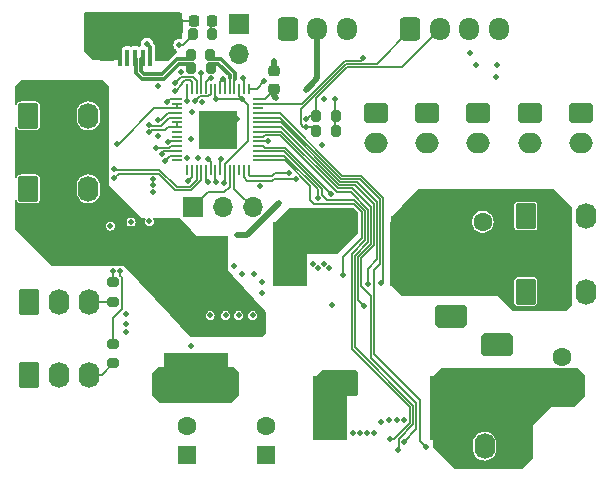
<source format=gtl>
G04 #@! TF.GenerationSoftware,KiCad,Pcbnew,(6.0.7)*
G04 #@! TF.CreationDate,2022-10-27T11:43:32+02:00*
G04 #@! TF.ProjectId,hydCircCon,68796443-6972-4634-936f-6e2e6b696361,rev?*
G04 #@! TF.SameCoordinates,Original*
G04 #@! TF.FileFunction,Copper,L1,Top*
G04 #@! TF.FilePolarity,Positive*
%FSLAX46Y46*%
G04 Gerber Fmt 4.6, Leading zero omitted, Abs format (unit mm)*
G04 Created by KiCad (PCBNEW (6.0.7)) date 2022-10-27 11:43:32*
%MOMM*%
%LPD*%
G01*
G04 APERTURE LIST*
G04 Aperture macros list*
%AMRoundRect*
0 Rectangle with rounded corners*
0 $1 Rounding radius*
0 $2 $3 $4 $5 $6 $7 $8 $9 X,Y pos of 4 corners*
0 Add a 4 corners polygon primitive as box body*
4,1,4,$2,$3,$4,$5,$6,$7,$8,$9,$2,$3,0*
0 Add four circle primitives for the rounded corners*
1,1,$1+$1,$2,$3*
1,1,$1+$1,$4,$5*
1,1,$1+$1,$6,$7*
1,1,$1+$1,$8,$9*
0 Add four rect primitives between the rounded corners*
20,1,$1+$1,$2,$3,$4,$5,0*
20,1,$1+$1,$4,$5,$6,$7,0*
20,1,$1+$1,$6,$7,$8,$9,0*
20,1,$1+$1,$8,$9,$2,$3,0*%
G04 Aperture macros list end*
G04 #@! TA.AperFunction,ComponentPad*
%ADD10RoundRect,0.250000X-0.620000X-0.845000X0.620000X-0.845000X0.620000X0.845000X-0.620000X0.845000X0*%
G04 #@! TD*
G04 #@! TA.AperFunction,ComponentPad*
%ADD11O,1.740000X2.190000*%
G04 #@! TD*
G04 #@! TA.AperFunction,SMDPad,CuDef*
%ADD12R,2.900000X5.400000*%
G04 #@! TD*
G04 #@! TA.AperFunction,SMDPad,CuDef*
%ADD13RoundRect,0.250000X1.100000X-0.325000X1.100000X0.325000X-1.100000X0.325000X-1.100000X-0.325000X0*%
G04 #@! TD*
G04 #@! TA.AperFunction,ComponentPad*
%ADD14RoundRect,0.250000X-0.750000X0.600000X-0.750000X-0.600000X0.750000X-0.600000X0.750000X0.600000X0*%
G04 #@! TD*
G04 #@! TA.AperFunction,ComponentPad*
%ADD15O,2.000000X1.700000*%
G04 #@! TD*
G04 #@! TA.AperFunction,ComponentPad*
%ADD16RoundRect,0.250000X-0.600000X-0.725000X0.600000X-0.725000X0.600000X0.725000X-0.600000X0.725000X0*%
G04 #@! TD*
G04 #@! TA.AperFunction,ComponentPad*
%ADD17O,1.700000X1.950000*%
G04 #@! TD*
G04 #@! TA.AperFunction,SMDPad,CuDef*
%ADD18RoundRect,0.200000X-0.200000X-0.275000X0.200000X-0.275000X0.200000X0.275000X-0.200000X0.275000X0*%
G04 #@! TD*
G04 #@! TA.AperFunction,SMDPad,CuDef*
%ADD19RoundRect,0.200000X0.200000X0.275000X-0.200000X0.275000X-0.200000X-0.275000X0.200000X-0.275000X0*%
G04 #@! TD*
G04 #@! TA.AperFunction,SMDPad,CuDef*
%ADD20R,5.400000X2.900000*%
G04 #@! TD*
G04 #@! TA.AperFunction,SMDPad,CuDef*
%ADD21RoundRect,0.200000X0.275000X-0.200000X0.275000X0.200000X-0.275000X0.200000X-0.275000X-0.200000X0*%
G04 #@! TD*
G04 #@! TA.AperFunction,SMDPad,CuDef*
%ADD22R,0.400000X1.400000*%
G04 #@! TD*
G04 #@! TA.AperFunction,SMDPad,CuDef*
%ADD23R,1.150000X1.450000*%
G04 #@! TD*
G04 #@! TA.AperFunction,SMDPad,CuDef*
%ADD24R,1.750000X1.900000*%
G04 #@! TD*
G04 #@! TA.AperFunction,ComponentPad*
%ADD25O,1.050000X1.900000*%
G04 #@! TD*
G04 #@! TA.AperFunction,ComponentPad*
%ADD26R,1.600000X1.600000*%
G04 #@! TD*
G04 #@! TA.AperFunction,ComponentPad*
%ADD27C,1.600000*%
G04 #@! TD*
G04 #@! TA.AperFunction,SMDPad,CuDef*
%ADD28RoundRect,0.225000X0.250000X-0.225000X0.250000X0.225000X-0.250000X0.225000X-0.250000X-0.225000X0*%
G04 #@! TD*
G04 #@! TA.AperFunction,SMDPad,CuDef*
%ADD29RoundRect,0.218750X-0.218750X-0.256250X0.218750X-0.256250X0.218750X0.256250X-0.218750X0.256250X0*%
G04 #@! TD*
G04 #@! TA.AperFunction,ComponentPad*
%ADD30RoundRect,0.250000X0.620000X0.845000X-0.620000X0.845000X-0.620000X-0.845000X0.620000X-0.845000X0*%
G04 #@! TD*
G04 #@! TA.AperFunction,ComponentPad*
%ADD31R,1.700000X1.700000*%
G04 #@! TD*
G04 #@! TA.AperFunction,ComponentPad*
%ADD32O,1.700000X1.700000*%
G04 #@! TD*
G04 #@! TA.AperFunction,SMDPad,CuDef*
%ADD33RoundRect,0.250000X-1.100000X0.325000X-1.100000X-0.325000X1.100000X-0.325000X1.100000X0.325000X0*%
G04 #@! TD*
G04 #@! TA.AperFunction,SMDPad,CuDef*
%ADD34RoundRect,0.050000X-0.387500X-0.050000X0.387500X-0.050000X0.387500X0.050000X-0.387500X0.050000X0*%
G04 #@! TD*
G04 #@! TA.AperFunction,SMDPad,CuDef*
%ADD35RoundRect,0.050000X-0.050000X-0.387500X0.050000X-0.387500X0.050000X0.387500X-0.050000X0.387500X0*%
G04 #@! TD*
G04 #@! TA.AperFunction,SMDPad,CuDef*
%ADD36R,3.200000X3.200000*%
G04 #@! TD*
G04 #@! TA.AperFunction,ViaPad*
%ADD37C,0.500000*%
G04 #@! TD*
G04 #@! TA.AperFunction,Conductor*
%ADD38C,0.200000*%
G04 #@! TD*
G04 #@! TA.AperFunction,Conductor*
%ADD39C,0.500000*%
G04 #@! TD*
G04 #@! TA.AperFunction,Conductor*
%ADD40C,0.127000*%
G04 #@! TD*
G04 #@! TA.AperFunction,Conductor*
%ADD41C,0.300000*%
G04 #@! TD*
G04 APERTURE END LIST*
D10*
X149610000Y-95520000D03*
D11*
X152150000Y-95520000D03*
X154690000Y-95520000D03*
D12*
X175150000Y-120250000D03*
X185050000Y-120250000D03*
D13*
X185400000Y-112125000D03*
X185400000Y-109175000D03*
D14*
X196400000Y-95300000D03*
D15*
X196400000Y-97800000D03*
D16*
X181950000Y-88150000D03*
D17*
X184450000Y-88150000D03*
X186950000Y-88150000D03*
X189450000Y-88150000D03*
D14*
X187700000Y-95300000D03*
D15*
X187700000Y-97800000D03*
D16*
X171550000Y-88150000D03*
D17*
X174050000Y-88150000D03*
X176550000Y-88150000D03*
D18*
X163375000Y-90350000D03*
X165025000Y-90350000D03*
D19*
X175650000Y-95500000D03*
X174000000Y-95500000D03*
D18*
X163525000Y-88600000D03*
X165175000Y-88600000D03*
D20*
X163800000Y-117000000D03*
X163800000Y-107100000D03*
D14*
X179000000Y-95300000D03*
D15*
X179000000Y-97800000D03*
D21*
X156750000Y-111275000D03*
X156750000Y-109625000D03*
D22*
X159925000Y-90600000D03*
X159275000Y-90600000D03*
X158625000Y-90600000D03*
X157975000Y-90600000D03*
X157325000Y-90600000D03*
D23*
X156305000Y-90180000D03*
D24*
X157500000Y-87950000D03*
D23*
X160945000Y-90180000D03*
D24*
X159750000Y-87950000D03*
D25*
X162200000Y-87950000D03*
X155050000Y-87950000D03*
D10*
X149660000Y-117470000D03*
D11*
X152200000Y-117470000D03*
X154740000Y-117470000D03*
D12*
X171800000Y-107250000D03*
X181700000Y-107250000D03*
D26*
X185567621Y-104500000D03*
D27*
X188067621Y-104500000D03*
D28*
X170400000Y-93275000D03*
X170400000Y-91725000D03*
D26*
X163000000Y-124267621D03*
D27*
X163000000Y-121767621D03*
D29*
X163612500Y-87500000D03*
X165187500Y-87500000D03*
D30*
X190770000Y-123480000D03*
D11*
X188230000Y-123480000D03*
D31*
X167425000Y-87750000D03*
D32*
X167425000Y-90290000D03*
D21*
X156800000Y-116475000D03*
X156800000Y-114825000D03*
D33*
X189300000Y-115225000D03*
X189300000Y-118175000D03*
D10*
X149660000Y-111270000D03*
D11*
X152200000Y-111270000D03*
X154740000Y-111270000D03*
D14*
X192050000Y-95300000D03*
D15*
X192050000Y-97800000D03*
D10*
X191710000Y-104000000D03*
D11*
X194250000Y-104000000D03*
X196790000Y-104000000D03*
D31*
X163525000Y-103250000D03*
D32*
X166065000Y-103250000D03*
X168605000Y-103250000D03*
D26*
X169750000Y-124250000D03*
D27*
X169750000Y-121750000D03*
D10*
X149610000Y-101700000D03*
D11*
X152150000Y-101700000D03*
X154690000Y-101700000D03*
D14*
X183350000Y-95300000D03*
D15*
X183350000Y-97800000D03*
D10*
X191710000Y-110400000D03*
D11*
X194250000Y-110400000D03*
X196790000Y-110400000D03*
D18*
X163400000Y-91450000D03*
X165050000Y-91450000D03*
D26*
X194750000Y-118432380D03*
D27*
X194750000Y-115932380D03*
D34*
X162212500Y-94075000D03*
X162212500Y-94475000D03*
X162212500Y-94875000D03*
X162212500Y-95275000D03*
X162212500Y-95675000D03*
X162212500Y-96075000D03*
X162212500Y-96475000D03*
X162212500Y-96875000D03*
X162212500Y-97275000D03*
X162212500Y-97675000D03*
X162212500Y-98075000D03*
X162212500Y-98475000D03*
X162212500Y-98875000D03*
X162212500Y-99275000D03*
D35*
X163050000Y-100112500D03*
X163450000Y-100112500D03*
X163850000Y-100112500D03*
X164250000Y-100112500D03*
X164650000Y-100112500D03*
X165050000Y-100112500D03*
X165450000Y-100112500D03*
X165850000Y-100112500D03*
X166250000Y-100112500D03*
X166650000Y-100112500D03*
X167050000Y-100112500D03*
X167450000Y-100112500D03*
X167850000Y-100112500D03*
X168250000Y-100112500D03*
D34*
X169087500Y-99275000D03*
X169087500Y-98875000D03*
X169087500Y-98475000D03*
X169087500Y-98075000D03*
X169087500Y-97675000D03*
X169087500Y-97275000D03*
X169087500Y-96875000D03*
X169087500Y-96475000D03*
X169087500Y-96075000D03*
X169087500Y-95675000D03*
X169087500Y-95275000D03*
X169087500Y-94875000D03*
X169087500Y-94475000D03*
X169087500Y-94075000D03*
D35*
X168250000Y-93237500D03*
X167850000Y-93237500D03*
X167450000Y-93237500D03*
X167050000Y-93237500D03*
X166650000Y-93237500D03*
X166250000Y-93237500D03*
X165850000Y-93237500D03*
X165450000Y-93237500D03*
X165050000Y-93237500D03*
X164650000Y-93237500D03*
X164250000Y-93237500D03*
X163850000Y-93237500D03*
X163450000Y-93237500D03*
X163050000Y-93237500D03*
D36*
X165650000Y-96675000D03*
D19*
X175650000Y-96800000D03*
X174000000Y-96800000D03*
D37*
X164800000Y-99200000D03*
X189600000Y-114250000D03*
X187000000Y-90200000D03*
X167700000Y-108900000D03*
X177700000Y-122400000D03*
X168600000Y-112400000D03*
X167300000Y-95800000D03*
X163007086Y-99097786D03*
X188250000Y-114250000D03*
X167400000Y-112400000D03*
X185750000Y-113100000D03*
X184400000Y-113100000D03*
X157900000Y-112300000D03*
X163400000Y-97502000D03*
X169188519Y-101488519D03*
X162500000Y-91800000D03*
X180850000Y-121250000D03*
X159850000Y-104450000D03*
X169400000Y-110500000D03*
X179450000Y-121450000D03*
X169400000Y-109600000D03*
X158300000Y-104500000D03*
X166600000Y-95800000D03*
X181450000Y-121250000D03*
X156550000Y-104850000D03*
X174600000Y-108050000D03*
X163498000Y-95200000D03*
X165200000Y-95800000D03*
X186450000Y-113100000D03*
X165900000Y-95800000D03*
X160600000Y-97250000D03*
X173700000Y-108050000D03*
X157900000Y-113800000D03*
X185100000Y-113100000D03*
X166300000Y-112400000D03*
X156100000Y-89100000D03*
X174500000Y-98000000D03*
X190300000Y-114250000D03*
X178300000Y-122400000D03*
X188950000Y-114250000D03*
X174600000Y-94050000D03*
X164800000Y-101100000D03*
X160600000Y-93000000D03*
X178900000Y-122400000D03*
X189200000Y-92200000D03*
X168700000Y-108900000D03*
X180150000Y-121250000D03*
X164000000Y-99100000D03*
X174150000Y-108400000D03*
X165000000Y-112400000D03*
X175050000Y-108400000D03*
X170400000Y-90900000D03*
X175300000Y-111550000D03*
X157900000Y-113100000D03*
X177126502Y-122400000D03*
X160200000Y-102000000D03*
X164326339Y-94314287D03*
X187475000Y-91175000D03*
X161400000Y-97700000D03*
X165900000Y-99200000D03*
X166100000Y-92400000D03*
X175550000Y-94050000D03*
X189325000Y-91175000D03*
X160200000Y-101400000D03*
X160200000Y-100840000D03*
X167800000Y-92300000D03*
X161350000Y-94351502D03*
X170612247Y-94013013D03*
X169925000Y-97675000D03*
X169600000Y-92600000D03*
X168900000Y-113600000D03*
X167800000Y-113600000D03*
X169450000Y-113600000D03*
X167250000Y-113600000D03*
X168350000Y-113600000D03*
X165472313Y-94073500D03*
X167700000Y-94073500D03*
X166200000Y-101200000D03*
X163150000Y-101000000D03*
X183250000Y-123550000D03*
X179500000Y-109650000D03*
X162300000Y-119100000D03*
X165150000Y-119100000D03*
X160550000Y-117400000D03*
X167050000Y-117400000D03*
X161350000Y-119100000D03*
X160550000Y-118350000D03*
X164200000Y-119100000D03*
X166100000Y-119100000D03*
X163250000Y-119100000D03*
X167050000Y-118350000D03*
X159650000Y-89400000D03*
X167300000Y-105600000D03*
X173500000Y-92900000D03*
X163400000Y-115000000D03*
X170800000Y-102900000D03*
X173100000Y-93300000D03*
X167900000Y-105600000D03*
X170400000Y-103300000D03*
X167000000Y-108200000D03*
X173150000Y-96450000D03*
X172225058Y-100824942D03*
X171700000Y-100384942D03*
X173150000Y-95823497D03*
X175150000Y-104300000D03*
X176950000Y-104300000D03*
X175750000Y-104300000D03*
X176350000Y-104300000D03*
X177200000Y-117300000D03*
X177200000Y-118400000D03*
X177200000Y-117850000D03*
X177200000Y-118950000D03*
X165500000Y-101097004D03*
X163073499Y-94301192D03*
X162400000Y-89500000D03*
X160550000Y-95900000D03*
X157100000Y-97900000D03*
X159800000Y-96900000D03*
X159850000Y-96250000D03*
X177950000Y-90660000D03*
X161144000Y-99329025D03*
X160450000Y-98200000D03*
X180900000Y-123800000D03*
X178050000Y-111650000D03*
X174100000Y-102510000D03*
X175200000Y-102160000D03*
X160890000Y-98713251D03*
X162050000Y-93385000D03*
X162050000Y-92758497D03*
X164250000Y-91900000D03*
X165100000Y-92350000D03*
X163700000Y-94300000D03*
X176226500Y-109000000D03*
X180250000Y-122900000D03*
X181390363Y-123118924D03*
X178350000Y-109750000D03*
X156750000Y-108650000D03*
X156900000Y-100000000D03*
X157376503Y-108650000D03*
X156888873Y-100811127D03*
D38*
X165050000Y-100112500D02*
X165050000Y-99450000D01*
X165050000Y-99450000D02*
X164800000Y-99200000D01*
X163612500Y-87500000D02*
X162650000Y-87500000D01*
X164650000Y-100112500D02*
X164650000Y-100950000D01*
D39*
X170400000Y-91725000D02*
X170400000Y-90900000D01*
D38*
X162650000Y-87500000D02*
X162200000Y-87950000D01*
X164650000Y-100950000D02*
X164800000Y-101100000D01*
X175550000Y-94050000D02*
X175550000Y-96700000D01*
X166250000Y-93237500D02*
X166250000Y-92550000D01*
X169087500Y-97675000D02*
X169925000Y-97675000D01*
X165900000Y-99200000D02*
X165850000Y-99250000D01*
X167850000Y-92350000D02*
X167800000Y-92300000D01*
D39*
X170400000Y-93800766D02*
X170612247Y-94013013D01*
D38*
X169625000Y-94075000D02*
X170325000Y-93375000D01*
X165850000Y-93237500D02*
X165850000Y-92650000D01*
X165850000Y-92650000D02*
X166100000Y-92400000D01*
X167850000Y-93237500D02*
X167850000Y-92350000D01*
D40*
X161626502Y-94075000D02*
X161350000Y-94351502D01*
D38*
X169087500Y-94075000D02*
X169625000Y-94075000D01*
X161425000Y-97675000D02*
X162212500Y-97675000D01*
X166250000Y-92550000D02*
X166100000Y-92400000D01*
X175550000Y-96700000D02*
X175650000Y-96800000D01*
X161400000Y-97700000D02*
X161425000Y-97675000D01*
D39*
X170400000Y-93275000D02*
X170400000Y-93800766D01*
D40*
X162212500Y-94075000D02*
X161626502Y-94075000D01*
D38*
X165850000Y-99250000D02*
X165850000Y-100112500D01*
X168250000Y-93237500D02*
X168962500Y-93237500D01*
X168962500Y-93237500D02*
X169600000Y-92600000D01*
X165450000Y-94051187D02*
X165472313Y-94073500D01*
X167450000Y-93823500D02*
X167700000Y-94073500D01*
X168200000Y-97674580D02*
X168200000Y-94573500D01*
X167700000Y-94073500D02*
X165472313Y-94073500D01*
X165450000Y-93237500D02*
X165450000Y-94051187D01*
X167450000Y-93237500D02*
X167450000Y-93823500D01*
X166250000Y-100112500D02*
X166250000Y-99624580D01*
X168200000Y-94573500D02*
X167700000Y-94073500D01*
X166250000Y-99624580D02*
X168200000Y-97674580D01*
X166250000Y-101150000D02*
X166250000Y-100112500D01*
X166200000Y-101200000D02*
X166250000Y-101150000D01*
D40*
X163450000Y-100700000D02*
X163450000Y-100112500D01*
X163150000Y-101000000D02*
X163450000Y-100700000D01*
X183250000Y-123550000D02*
X182762000Y-123062000D01*
X179420000Y-108030000D02*
X179420000Y-102579210D01*
X178854000Y-115704000D02*
X178854000Y-108596000D01*
X182762000Y-123062000D02*
X182762000Y-119612000D01*
X170915790Y-95675000D02*
X169087500Y-95675000D01*
X178854000Y-108596000D02*
X179420000Y-108030000D01*
X179420000Y-102579210D02*
X177694790Y-100854000D01*
X182762000Y-119612000D02*
X178854000Y-115704000D01*
X177694790Y-100854000D02*
X176094790Y-100854000D01*
X176094790Y-100854000D02*
X170915790Y-95675000D01*
X176200000Y-100600000D02*
X177800000Y-100600000D01*
X170875000Y-95275000D02*
X176200000Y-100600000D01*
X179674000Y-109476000D02*
X179500000Y-109650000D01*
X177800000Y-100600000D02*
X179674000Y-102474000D01*
X169087500Y-95275000D02*
X170875000Y-95275000D01*
X179674000Y-102474000D02*
X179674000Y-109476000D01*
D38*
X165037500Y-88287500D02*
X165025000Y-88300000D01*
X165037500Y-87200000D02*
X165037500Y-88287500D01*
D41*
X159925000Y-90600000D02*
X159925000Y-89675000D01*
X159925000Y-89675000D02*
X159650000Y-89400000D01*
X163375000Y-90350000D02*
X163022000Y-90703000D01*
X162197000Y-90703000D02*
X160950000Y-91950000D01*
X159177000Y-90698000D02*
X159275000Y-90600000D01*
X159403870Y-91950000D02*
X159177000Y-91723130D01*
X163022000Y-90703000D02*
X162197000Y-90703000D01*
X159177000Y-91723130D02*
X159177000Y-90698000D01*
X160950000Y-91950000D02*
X159403870Y-91950000D01*
X161126870Y-92377000D02*
X162373870Y-91130000D01*
X163080000Y-91130000D02*
X163400000Y-91450000D01*
X158750000Y-90725000D02*
X158750000Y-91900000D01*
X158625000Y-90600000D02*
X158750000Y-90725000D01*
X158750000Y-91900000D02*
X159227000Y-92377000D01*
X162373870Y-91130000D02*
X163080000Y-91130000D01*
X159227000Y-92377000D02*
X161126870Y-92377000D01*
D40*
X166200000Y-101950000D02*
X166650000Y-101500000D01*
X166650000Y-101500000D02*
X166650000Y-100112500D01*
X164825000Y-101950000D02*
X166200000Y-101950000D01*
X163525000Y-103250000D02*
X164825000Y-101950000D01*
X167450000Y-102095000D02*
X168605000Y-103250000D01*
X167050000Y-101700000D02*
X167445000Y-102095000D01*
X167445000Y-102095000D02*
X167450000Y-102095000D01*
X167050000Y-100112500D02*
X167050000Y-101700000D01*
X156745000Y-111270000D02*
X156750000Y-111275000D01*
X154740000Y-111270000D02*
X156745000Y-111270000D01*
X154740000Y-117470000D02*
X155805000Y-117470000D01*
X155805000Y-117470000D02*
X156800000Y-116475000D01*
D39*
X170800000Y-102900000D02*
X170400000Y-103300000D01*
X174050000Y-92350000D02*
X173500000Y-92900000D01*
X170400000Y-103300000D02*
X168100000Y-105600000D01*
X168100000Y-105600000D02*
X167900000Y-105600000D01*
X173500000Y-92900000D02*
X173100000Y-93300000D01*
X174050000Y-88150000D02*
X174050000Y-92350000D01*
X167900000Y-105600000D02*
X167300000Y-105600000D01*
D40*
X170254159Y-101000000D02*
X168150000Y-101000000D01*
X173150000Y-96450000D02*
X172900000Y-96450000D01*
X181950000Y-88250000D02*
X181950000Y-88150000D01*
X172225058Y-100824942D02*
X170429217Y-100824942D01*
X176500000Y-91100000D02*
X179100000Y-91100000D01*
X173150000Y-96450000D02*
X173650000Y-96450000D01*
X167850000Y-100700000D02*
X167850000Y-100112500D01*
X170429217Y-100824942D02*
X170254159Y-101000000D01*
X172650000Y-96200000D02*
X172650000Y-94950000D01*
X168150000Y-101000000D02*
X167850000Y-100700000D01*
X179100000Y-91100000D02*
X181950000Y-88250000D01*
X172650000Y-94950000D02*
X176500000Y-91100000D01*
X173650000Y-96450000D02*
X174000000Y-96800000D01*
X172900000Y-96450000D02*
X172650000Y-96200000D01*
X181200000Y-91400000D02*
X176600000Y-91400000D01*
X170465058Y-100384942D02*
X170200000Y-100650000D01*
X173473497Y-95500000D02*
X174000000Y-95500000D01*
X171700000Y-100384942D02*
X170465058Y-100384942D01*
X170200000Y-100650000D02*
X168400000Y-100650000D01*
X173150000Y-95823497D02*
X173473497Y-95500000D01*
X174000000Y-94000000D02*
X174000000Y-95500000D01*
X184450000Y-88150000D02*
X181200000Y-91400000D01*
X168250000Y-100500000D02*
X168250000Y-100112500D01*
X168400000Y-100650000D02*
X168250000Y-100500000D01*
X176600000Y-91400000D02*
X174000000Y-94000000D01*
D41*
X177200000Y-118950000D02*
X176600000Y-118950000D01*
X177200000Y-118950000D02*
X177200000Y-118400000D01*
X176600000Y-118950000D02*
X175300000Y-120250000D01*
X177200000Y-118950000D02*
X177200000Y-117300000D01*
D38*
X165450000Y-101047004D02*
X165450000Y-100112500D01*
X165500000Y-101097004D02*
X165450000Y-101047004D01*
D41*
X166673000Y-92066870D02*
X165703130Y-91097000D01*
D38*
X166650000Y-92373000D02*
X166673000Y-92350000D01*
D41*
X165403000Y-91097000D02*
X165050000Y-91450000D01*
D38*
X166650000Y-93237500D02*
X166650000Y-92373000D01*
D41*
X165703130Y-91097000D02*
X165403000Y-91097000D01*
X166673000Y-92350000D02*
X166673000Y-92066870D01*
D38*
X167050000Y-93237500D02*
X167050000Y-92450000D01*
D41*
X167100000Y-91890000D02*
X165880000Y-90670000D01*
X165345000Y-90670000D02*
X165025000Y-90350000D01*
D38*
X167050000Y-92450000D02*
X167100000Y-92400000D01*
D41*
X167100000Y-92400000D02*
X167100000Y-91890000D01*
X165880000Y-90670000D02*
X165345000Y-90670000D01*
D40*
X163073499Y-94301192D02*
X163050000Y-94277693D01*
X163050000Y-94277693D02*
X163050000Y-93237500D01*
D38*
X162700000Y-89500000D02*
X162400000Y-89500000D01*
X160550000Y-95900000D02*
X160825104Y-95900000D01*
X163525000Y-88675000D02*
X162700000Y-89500000D01*
X163525000Y-88600000D02*
X163525000Y-88675000D01*
X161450104Y-95275000D02*
X162212500Y-95275000D01*
X160825104Y-95900000D02*
X161450104Y-95275000D01*
X157250000Y-97900000D02*
X157100000Y-97900000D01*
X160275000Y-94875000D02*
X157250000Y-97900000D01*
X162212500Y-94875000D02*
X160275000Y-94875000D01*
D40*
X162212500Y-94875000D02*
X162212500Y-94475000D01*
D38*
X162212500Y-96475000D02*
X162212500Y-96075000D01*
X159800000Y-96900000D02*
X159950000Y-96750000D01*
X159950000Y-96750000D02*
X161150000Y-96750000D01*
X161425000Y-96475000D02*
X162212500Y-96475000D01*
X161150000Y-96750000D02*
X161425000Y-96475000D01*
X160810552Y-96377000D02*
X161512552Y-95675000D01*
X161512552Y-95675000D02*
X162212500Y-95675000D01*
X159977000Y-96377000D02*
X160810552Y-96377000D01*
X159850000Y-96250000D02*
X159977000Y-96377000D01*
D40*
X176394790Y-90846000D02*
X172765790Y-94475000D01*
X177764000Y-90846000D02*
X176394790Y-90846000D01*
X177950000Y-90660000D02*
X177764000Y-90846000D01*
X172765790Y-94475000D02*
X169087500Y-94475000D01*
X161598025Y-98875000D02*
X162212500Y-98875000D01*
X161144000Y-99329025D02*
X161598025Y-98875000D01*
X160450000Y-98200000D02*
X161522962Y-98200000D01*
X161647962Y-98075000D02*
X162212500Y-98075000D01*
X161522962Y-98200000D02*
X161647962Y-98075000D01*
X182196000Y-121629000D02*
X180950000Y-122875000D01*
X178404000Y-106196000D02*
X177246000Y-107354000D01*
X170932950Y-97129000D02*
X175753950Y-101950000D01*
X169611118Y-97129000D02*
X170932950Y-97129000D01*
X169087500Y-97275000D02*
X169465118Y-97275000D01*
X180950000Y-123750000D02*
X180900000Y-123800000D01*
X177246000Y-107354000D02*
X177246000Y-115096000D01*
X180950000Y-122875000D02*
X180950000Y-123750000D01*
X178404000Y-103454000D02*
X178404000Y-106196000D01*
X169465118Y-97275000D02*
X169611118Y-97129000D01*
X175753950Y-101950000D02*
X176900000Y-101950000D01*
X177246000Y-115096000D02*
X182196000Y-120046000D01*
X176900000Y-101950000D02*
X178404000Y-103454000D01*
X182196000Y-120046000D02*
X182196000Y-121629000D01*
X178658000Y-103258000D02*
X177050000Y-101650000D01*
X177050000Y-101650000D02*
X175813160Y-101650000D01*
X178658000Y-106332790D02*
X178658000Y-103258000D01*
X171038160Y-96875000D02*
X169087500Y-96875000D01*
X177500000Y-107490790D02*
X178658000Y-106332790D01*
X178050000Y-111650000D02*
X177500000Y-111100000D01*
X177500000Y-111100000D02*
X177500000Y-107490790D01*
X175813160Y-101650000D02*
X171038160Y-96875000D01*
X169087500Y-98875000D02*
X171256580Y-98875000D01*
X174100000Y-102510000D02*
X174100000Y-101718420D01*
X174100000Y-101718420D02*
X171256580Y-98875000D01*
X169465118Y-98075000D02*
X169087500Y-98075000D01*
X169611118Y-98221000D02*
X169465118Y-98075000D01*
X171321000Y-98221000D02*
X169611118Y-98221000D01*
X175200000Y-102160000D02*
X175200000Y-102100000D01*
X175200000Y-102100000D02*
X171321000Y-98221000D01*
X160890000Y-98713251D02*
X161128251Y-98475000D01*
X161128251Y-98475000D02*
X162212500Y-98475000D01*
X162640500Y-92859500D02*
X162640500Y-92709500D01*
X163304000Y-92504000D02*
X163450000Y-92650000D01*
X163450000Y-92650000D02*
X163450000Y-93237500D01*
X162050000Y-93385000D02*
X162115000Y-93385000D01*
X162115000Y-93385000D02*
X162640500Y-92859500D01*
X162846000Y-92504000D02*
X163304000Y-92504000D01*
X162640500Y-92709500D02*
X162846000Y-92504000D01*
X163850000Y-92550000D02*
X163850000Y-93237500D01*
X162558497Y-92250000D02*
X163550000Y-92250000D01*
X163550000Y-92250000D02*
X163850000Y-92550000D01*
X162050000Y-92758497D02*
X162558497Y-92250000D01*
X164250000Y-91900000D02*
X164250000Y-93237500D01*
X164650000Y-92650000D02*
X164900000Y-92400000D01*
X164900000Y-92400000D02*
X165050000Y-92400000D01*
X165050000Y-92400000D02*
X165100000Y-92350000D01*
X164650000Y-93237500D02*
X164650000Y-92650000D01*
X164134500Y-93865500D02*
X164834500Y-93865500D01*
X165050000Y-93650000D02*
X165050000Y-93237500D01*
X164834500Y-93865500D02*
X165050000Y-93650000D01*
X163700000Y-94300000D02*
X164134500Y-93865500D01*
X177850000Y-103659210D02*
X177850000Y-105850000D01*
X169087500Y-99275000D02*
X171297370Y-99275000D01*
X177850000Y-105850000D02*
X176226500Y-107473500D01*
X177140790Y-102950000D02*
X177850000Y-103659210D01*
X176226500Y-107473500D02*
X176226500Y-109000000D01*
X173750000Y-102950000D02*
X177140790Y-102950000D01*
X173475000Y-101452630D02*
X171297370Y-99275000D01*
X173475000Y-102675000D02*
X173750000Y-102950000D01*
X173475000Y-102675000D02*
X173475000Y-101452630D01*
X169087500Y-98475000D02*
X171215790Y-98475000D01*
X178150000Y-103600000D02*
X177150000Y-102600000D01*
X181942000Y-121508000D02*
X181942000Y-120192000D01*
X174461481Y-101720691D02*
X171215790Y-98475000D01*
X180550000Y-122900000D02*
X181942000Y-121508000D01*
X176992000Y-115242000D02*
X176992000Y-107208000D01*
X177150000Y-102600000D02*
X174872962Y-102600000D01*
X181942000Y-120192000D02*
X176992000Y-115242000D01*
X180250000Y-122900000D02*
X180550000Y-122900000D01*
X174461481Y-102188519D02*
X174461481Y-101720691D01*
X178150000Y-106050000D02*
X178150000Y-103600000D01*
X176992000Y-107208000D02*
X178150000Y-106050000D01*
X174872962Y-102600000D02*
X174461481Y-102188519D01*
X178912000Y-106438000D02*
X178912000Y-103012000D01*
X177800000Y-109950000D02*
X177800000Y-107550000D01*
X170997370Y-96475000D02*
X169087500Y-96475000D01*
X178912000Y-103012000D02*
X177262000Y-101362000D01*
X178600000Y-116000000D02*
X178600000Y-110750000D01*
X178600000Y-110750000D02*
X177800000Y-109950000D01*
X182450000Y-122059287D02*
X182450000Y-119850000D01*
X181390363Y-123118924D02*
X182450000Y-122059287D01*
X175884370Y-101362000D02*
X170997370Y-96475000D01*
X177800000Y-107550000D02*
X178912000Y-106438000D01*
X177262000Y-101362000D02*
X175884370Y-101362000D01*
X182450000Y-119850000D02*
X178600000Y-116000000D01*
X170956580Y-96075000D02*
X169087500Y-96075000D01*
X178350000Y-109750000D02*
X178350000Y-108450000D01*
X175989580Y-101108000D02*
X170956580Y-96075000D01*
X178350000Y-108450000D02*
X179166000Y-107634000D01*
X177458000Y-101108000D02*
X175989580Y-101108000D01*
X179166000Y-107634000D02*
X179166000Y-102816000D01*
X179166000Y-102816000D02*
X177458000Y-101108000D01*
X157000000Y-100100000D02*
X160700000Y-100100000D01*
X163275000Y-101550000D02*
X163850000Y-100975000D01*
X156750000Y-108650000D02*
X156750000Y-109625000D01*
X163850000Y-100975000D02*
X163850000Y-100112500D01*
X162150000Y-101550000D02*
X163275000Y-101550000D01*
X160700000Y-100100000D02*
X162150000Y-101550000D01*
X156900000Y-100000000D02*
X157000000Y-100100000D01*
X157500000Y-109200000D02*
X157500000Y-111900000D01*
X162044790Y-101804000D02*
X163380210Y-101804000D01*
X157376503Y-109076503D02*
X157500000Y-109200000D01*
X163380210Y-101804000D02*
X164250000Y-100934210D01*
X157300000Y-100400000D02*
X160640790Y-100400000D01*
X160640790Y-100400000D02*
X162044790Y-101804000D01*
X156800000Y-112600000D02*
X156800000Y-114825000D01*
X157376503Y-108650000D02*
X157376503Y-109076503D01*
X164250000Y-100934210D02*
X164250000Y-100112500D01*
X157500000Y-111900000D02*
X156800000Y-112600000D01*
X156888873Y-100811127D02*
X157300000Y-100400000D01*
G04 #@! TA.AperFunction,Conductor*
G36*
X177365931Y-117020002D02*
G01*
X177386905Y-117036905D01*
X177513095Y-117163095D01*
X177547121Y-117225407D01*
X177550000Y-117252190D01*
X177550000Y-118997810D01*
X177529998Y-119065931D01*
X177513095Y-119086905D01*
X177436905Y-119163095D01*
X177374593Y-119197121D01*
X177347810Y-119200000D01*
X176486256Y-119200000D01*
X176419288Y-119180730D01*
X174033921Y-117684029D01*
X173986850Y-117630881D01*
X173975985Y-117560721D01*
X174004777Y-117495824D01*
X174011795Y-117488205D01*
X174463095Y-117036905D01*
X174525407Y-117002879D01*
X174552190Y-117000000D01*
X177297810Y-117000000D01*
X177365931Y-117020002D01*
G37*
G04 #@! TD.AperFunction*
G04 #@! TA.AperFunction,Conductor*
G36*
X167018306Y-116768306D02*
G01*
X167431694Y-117181694D01*
X167450000Y-117225888D01*
X167450000Y-119124112D01*
X167431694Y-119168306D01*
X166818306Y-119781694D01*
X166774112Y-119800000D01*
X160675888Y-119800000D01*
X160631694Y-119781694D01*
X160118306Y-119268306D01*
X160100000Y-119224112D01*
X160100000Y-117275888D01*
X160118306Y-117231694D01*
X160581694Y-116768306D01*
X160625888Y-116750000D01*
X166974112Y-116750000D01*
X167018306Y-116768306D01*
G37*
G04 #@! TD.AperFunction*
G04 #@! TA.AperFunction,Conductor*
G36*
X196168306Y-116918306D02*
G01*
X196731694Y-117481694D01*
X196750000Y-117525888D01*
X196750000Y-119174112D01*
X196731694Y-119218306D01*
X195818306Y-120131694D01*
X195774112Y-120150000D01*
X193850000Y-120150000D01*
X192300000Y-121700000D01*
X192300000Y-124524112D01*
X192281694Y-124568306D01*
X191468306Y-125381694D01*
X191424112Y-125400000D01*
X185725888Y-125400000D01*
X185681694Y-125381694D01*
X184055641Y-123755641D01*
X187232500Y-123755641D01*
X187247835Y-123906610D01*
X187308434Y-124099983D01*
X187406680Y-124277223D01*
X187408736Y-124279622D01*
X187408739Y-124279626D01*
X187536496Y-124428683D01*
X187536499Y-124428686D01*
X187538557Y-124431087D01*
X187541057Y-124433026D01*
X187541060Y-124433029D01*
X187628757Y-124501053D01*
X187698680Y-124555290D01*
X187701517Y-124556686D01*
X187877662Y-124643361D01*
X187877666Y-124643362D01*
X187880506Y-124644760D01*
X188076610Y-124695841D01*
X188278979Y-124706447D01*
X188282105Y-124705974D01*
X188282109Y-124705974D01*
X188476215Y-124676618D01*
X188476218Y-124676617D01*
X188479347Y-124676144D01*
X188669530Y-124606170D01*
X188841758Y-124499384D01*
X188988997Y-124360148D01*
X189048999Y-124274456D01*
X189103417Y-124196740D01*
X189103419Y-124196736D01*
X189105230Y-124194150D01*
X189185711Y-124008169D01*
X189227151Y-123809805D01*
X189227500Y-123803146D01*
X189227500Y-123204359D01*
X189212165Y-123053390D01*
X189151566Y-122860017D01*
X189053320Y-122682777D01*
X189051264Y-122680378D01*
X189051261Y-122680374D01*
X188923504Y-122531317D01*
X188923501Y-122531314D01*
X188921443Y-122528913D01*
X188918943Y-122526974D01*
X188918940Y-122526971D01*
X188763820Y-122406649D01*
X188763819Y-122406648D01*
X188761320Y-122404710D01*
X188655700Y-122352738D01*
X188582338Y-122316639D01*
X188582334Y-122316638D01*
X188579494Y-122315240D01*
X188383390Y-122264159D01*
X188181021Y-122253553D01*
X188177895Y-122254026D01*
X188177891Y-122254026D01*
X187983785Y-122283382D01*
X187983782Y-122283383D01*
X187980653Y-122283856D01*
X187790470Y-122353830D01*
X187618242Y-122460616D01*
X187471003Y-122599852D01*
X187469189Y-122602443D01*
X187356583Y-122763260D01*
X187356581Y-122763264D01*
X187354770Y-122765850D01*
X187274289Y-122951831D01*
X187232849Y-123150195D01*
X187232500Y-123156854D01*
X187232500Y-123755641D01*
X184055641Y-123755641D01*
X183868306Y-123568306D01*
X183850000Y-123524112D01*
X183850000Y-117625888D01*
X183868306Y-117581694D01*
X184531694Y-116918306D01*
X184575888Y-116900000D01*
X196124112Y-116900000D01*
X196168306Y-116918306D01*
G37*
G04 #@! TD.AperFunction*
G04 #@! TA.AperFunction,Conductor*
G36*
X194068173Y-101717587D02*
G01*
X195445481Y-103050465D01*
X195580964Y-103181578D01*
X195600000Y-103226491D01*
X195600000Y-111574112D01*
X195581694Y-111618306D01*
X195168306Y-112031694D01*
X195124112Y-112050000D01*
X190625888Y-112050000D01*
X190581694Y-112031694D01*
X189350000Y-110800000D01*
X181325888Y-110800000D01*
X181281694Y-110781694D01*
X180400000Y-109900000D01*
X180388161Y-109900000D01*
X180354758Y-109866596D01*
X180350000Y-109842678D01*
X180350000Y-109519219D01*
X190712500Y-109519219D01*
X190712501Y-111280780D01*
X190723422Y-111354979D01*
X190778810Y-111467790D01*
X190782462Y-111471436D01*
X190782463Y-111471437D01*
X190864098Y-111552930D01*
X190864100Y-111552932D01*
X190867753Y-111556578D01*
X190872393Y-111558846D01*
X190903624Y-111574112D01*
X190980661Y-111611769D01*
X190985464Y-111612470D01*
X190985465Y-111612470D01*
X191007440Y-111615676D01*
X191054219Y-111622500D01*
X191708268Y-111622500D01*
X192365780Y-111622499D01*
X192439979Y-111611578D01*
X192516288Y-111574112D01*
X192548155Y-111558466D01*
X192548156Y-111558465D01*
X192552790Y-111556190D01*
X192620440Y-111488422D01*
X192637930Y-111470902D01*
X192637932Y-111470900D01*
X192641578Y-111467247D01*
X192663451Y-111422500D01*
X192694638Y-111358699D01*
X192694638Y-111358698D01*
X192696769Y-111354339D01*
X192707500Y-111280781D01*
X192707499Y-109519220D01*
X192696578Y-109445021D01*
X192641190Y-109332210D01*
X192637537Y-109328563D01*
X192555902Y-109247070D01*
X192555900Y-109247068D01*
X192552247Y-109243422D01*
X192439339Y-109188231D01*
X192434536Y-109187530D01*
X192434535Y-109187530D01*
X192412560Y-109184324D01*
X192365781Y-109177500D01*
X191711732Y-109177500D01*
X191054220Y-109177501D01*
X190980021Y-109188422D01*
X190975663Y-109190562D01*
X190975662Y-109190562D01*
X190871845Y-109241534D01*
X190871844Y-109241535D01*
X190867210Y-109243810D01*
X190863564Y-109247462D01*
X190863563Y-109247463D01*
X190782070Y-109329098D01*
X190782068Y-109329100D01*
X190778422Y-109332753D01*
X190776154Y-109337393D01*
X190725675Y-109440662D01*
X190723231Y-109445661D01*
X190712500Y-109519219D01*
X180350000Y-109519219D01*
X180350000Y-104500000D01*
X187135012Y-104500000D01*
X187155392Y-104693900D01*
X187156405Y-104697017D01*
X187156405Y-104697018D01*
X187214627Y-104876210D01*
X187214629Y-104876215D01*
X187215640Y-104879326D01*
X187217277Y-104882161D01*
X187311486Y-105045338D01*
X187311489Y-105045342D01*
X187313124Y-105048174D01*
X187315315Y-105050608D01*
X187315317Y-105050610D01*
X187326613Y-105063155D01*
X187443584Y-105193064D01*
X187601316Y-105307663D01*
X187779429Y-105386964D01*
X187782633Y-105387645D01*
X187966936Y-105426820D01*
X187966940Y-105426820D01*
X187970137Y-105427500D01*
X188165105Y-105427500D01*
X188168302Y-105426820D01*
X188168306Y-105426820D01*
X188352609Y-105387645D01*
X188355813Y-105386964D01*
X188533926Y-105307663D01*
X188691658Y-105193064D01*
X188808629Y-105063155D01*
X188819925Y-105050610D01*
X188819927Y-105050608D01*
X188822118Y-105048174D01*
X188823753Y-105045342D01*
X188823756Y-105045338D01*
X188917965Y-104882161D01*
X188919602Y-104879326D01*
X188920613Y-104876215D01*
X188920615Y-104876210D01*
X188978837Y-104697018D01*
X188978837Y-104697017D01*
X188979850Y-104693900D01*
X189000230Y-104500000D01*
X188979850Y-104306100D01*
X188978837Y-104302982D01*
X188920615Y-104123790D01*
X188920613Y-104123785D01*
X188919602Y-104120674D01*
X188864878Y-104025888D01*
X188823756Y-103954662D01*
X188823753Y-103954658D01*
X188822118Y-103951826D01*
X188691658Y-103806936D01*
X188533926Y-103692337D01*
X188355813Y-103613036D01*
X188340562Y-103609794D01*
X188168306Y-103573180D01*
X188168302Y-103573180D01*
X188165105Y-103572500D01*
X187970137Y-103572500D01*
X187966940Y-103573180D01*
X187966936Y-103573180D01*
X187794680Y-103609794D01*
X187779429Y-103613036D01*
X187601317Y-103692337D01*
X187598672Y-103694259D01*
X187598668Y-103694261D01*
X187446233Y-103805011D01*
X187446231Y-103805013D01*
X187443584Y-103806936D01*
X187313124Y-103951826D01*
X187311489Y-103954658D01*
X187311486Y-103954662D01*
X187270364Y-104025888D01*
X187215640Y-104120674D01*
X187214629Y-104123785D01*
X187214627Y-104123790D01*
X187156405Y-104302982D01*
X187155392Y-104306100D01*
X187135012Y-104500000D01*
X180350000Y-104500000D01*
X180350000Y-104025888D01*
X180368306Y-103981694D01*
X181230781Y-103119219D01*
X190712500Y-103119219D01*
X190712501Y-104880780D01*
X190723422Y-104954979D01*
X190725562Y-104959337D01*
X190725562Y-104959338D01*
X190767787Y-105045338D01*
X190778810Y-105067790D01*
X190782462Y-105071436D01*
X190782463Y-105071437D01*
X190864098Y-105152930D01*
X190864100Y-105152932D01*
X190867753Y-105156578D01*
X190872393Y-105158846D01*
X190937422Y-105190633D01*
X190980661Y-105211769D01*
X190985464Y-105212470D01*
X190985465Y-105212470D01*
X191007440Y-105215676D01*
X191054219Y-105222500D01*
X191708268Y-105222500D01*
X192365780Y-105222499D01*
X192439979Y-105211578D01*
X192473775Y-105194985D01*
X192548155Y-105158466D01*
X192548156Y-105158465D01*
X192552790Y-105156190D01*
X192556437Y-105152537D01*
X192637930Y-105070902D01*
X192637932Y-105070900D01*
X192641578Y-105067247D01*
X192658923Y-105031764D01*
X192694638Y-104958699D01*
X192694638Y-104958698D01*
X192696769Y-104954339D01*
X192707500Y-104880781D01*
X192707499Y-103119220D01*
X192696578Y-103045021D01*
X192641190Y-102932210D01*
X192637537Y-102928563D01*
X192555902Y-102847070D01*
X192555900Y-102847068D01*
X192552247Y-102843422D01*
X192439339Y-102788231D01*
X192434536Y-102787530D01*
X192434535Y-102787530D01*
X192412560Y-102784324D01*
X192365781Y-102777500D01*
X191711732Y-102777500D01*
X191054220Y-102777501D01*
X190980021Y-102788422D01*
X190975663Y-102790562D01*
X190975662Y-102790562D01*
X190871845Y-102841534D01*
X190871844Y-102841535D01*
X190867210Y-102843810D01*
X190863564Y-102847462D01*
X190863563Y-102847463D01*
X190782070Y-102929098D01*
X190782068Y-102929100D01*
X190778422Y-102932753D01*
X190776154Y-102937393D01*
X190725675Y-103040662D01*
X190723231Y-103045661D01*
X190712500Y-103119219D01*
X181230781Y-103119219D01*
X182631694Y-101718306D01*
X182675888Y-101700000D01*
X194024709Y-101700000D01*
X194068173Y-101717587D01*
G37*
G04 #@! TD.AperFunction*
G04 #@! TA.AperFunction,Conductor*
G36*
X177218306Y-103368306D02*
G01*
X177531694Y-103681694D01*
X177550000Y-103725888D01*
X177550000Y-105374112D01*
X177531694Y-105418306D01*
X175768306Y-107181694D01*
X175724112Y-107200000D01*
X170462500Y-107200000D01*
X170418306Y-107181694D01*
X170400000Y-107137500D01*
X170400000Y-104625888D01*
X170418306Y-104581694D01*
X171631694Y-103368306D01*
X171675888Y-103350000D01*
X177174112Y-103350000D01*
X177218306Y-103368306D01*
G37*
G04 #@! TD.AperFunction*
G04 #@! TA.AperFunction,Conductor*
G36*
X162542121Y-86774502D02*
G01*
X162588614Y-86828158D01*
X162600000Y-86880500D01*
X162600000Y-88869899D01*
X162579998Y-88938020D01*
X162526342Y-88984513D01*
X162473231Y-88995897D01*
X162419361Y-88995568D01*
X162330827Y-88995028D01*
X162322196Y-88997495D01*
X162322194Y-88997495D01*
X162200509Y-89032272D01*
X162200505Y-89032274D01*
X162191879Y-89034739D01*
X162069661Y-89111853D01*
X162063718Y-89118582D01*
X162063717Y-89118583D01*
X162057701Y-89125395D01*
X161973999Y-89220170D01*
X161970185Y-89228293D01*
X161970184Y-89228295D01*
X161960567Y-89248779D01*
X161912583Y-89350982D01*
X161911203Y-89359846D01*
X161911202Y-89359849D01*
X161892331Y-89481051D01*
X161890350Y-89493773D01*
X161891514Y-89502675D01*
X161891514Y-89502678D01*
X161901007Y-89575268D01*
X161909088Y-89637065D01*
X161967289Y-89769339D01*
X162060276Y-89879960D01*
X162067747Y-89884933D01*
X162067748Y-89884934D01*
X162148233Y-89938509D01*
X162193856Y-89992906D01*
X162202827Y-90063334D01*
X162167509Y-90132491D01*
X161536905Y-90763095D01*
X161474593Y-90797121D01*
X161447810Y-90800000D01*
X160505500Y-90800000D01*
X160437379Y-90779998D01*
X160390886Y-90726342D01*
X160379500Y-90674000D01*
X160379499Y-89881123D01*
X160379499Y-89874934D01*
X160364734Y-89800699D01*
X160350735Y-89779748D01*
X160329500Y-89709746D01*
X160329500Y-89610934D01*
X160322605Y-89589713D01*
X160317989Y-89570487D01*
X160316049Y-89558238D01*
X160314498Y-89548445D01*
X160304366Y-89528561D01*
X160296801Y-89510295D01*
X160289905Y-89489071D01*
X160276784Y-89471013D01*
X160266455Y-89454157D01*
X160260826Y-89443109D01*
X160256326Y-89434277D01*
X160178945Y-89356896D01*
X160144919Y-89294584D01*
X160143318Y-89285693D01*
X160139201Y-89256948D01*
X160079388Y-89125395D01*
X160073530Y-89118596D01*
X160073527Y-89118592D01*
X159990916Y-89022718D01*
X159990913Y-89022716D01*
X159985056Y-89015918D01*
X159863790Y-88937317D01*
X159846921Y-88932272D01*
X159733938Y-88898482D01*
X159733936Y-88898482D01*
X159725337Y-88895910D01*
X159716363Y-88895855D01*
X159716361Y-88895855D01*
X159653082Y-88895469D01*
X159580827Y-88895028D01*
X159572196Y-88897495D01*
X159572194Y-88897495D01*
X159450509Y-88932272D01*
X159450505Y-88932274D01*
X159441879Y-88934739D01*
X159434292Y-88939526D01*
X159434290Y-88939527D01*
X159344929Y-88995910D01*
X159319661Y-89011853D01*
X159313718Y-89018582D01*
X159313717Y-89018583D01*
X159299449Y-89034739D01*
X159223999Y-89120170D01*
X159162583Y-89250982D01*
X159161203Y-89259846D01*
X159161202Y-89259849D01*
X159146092Y-89356896D01*
X159140350Y-89393773D01*
X159141514Y-89402675D01*
X159141514Y-89402678D01*
X159154912Y-89505129D01*
X159143912Y-89575268D01*
X159096738Y-89628326D01*
X159049704Y-89644347D01*
X159049934Y-89645501D01*
X158975699Y-89660266D01*
X158974864Y-89656066D01*
X158927676Y-89661157D01*
X158924320Y-89660172D01*
X158924301Y-89660266D01*
X158856135Y-89646707D01*
X158850067Y-89645500D01*
X158625037Y-89645500D01*
X158399934Y-89645501D01*
X158325699Y-89660266D01*
X158324864Y-89656066D01*
X158277676Y-89661157D01*
X158274320Y-89660172D01*
X158274301Y-89660266D01*
X158206135Y-89646707D01*
X158200067Y-89645500D01*
X157975037Y-89645500D01*
X157749934Y-89645501D01*
X157714182Y-89652612D01*
X157687874Y-89657844D01*
X157687872Y-89657845D01*
X157675699Y-89660266D01*
X157665379Y-89667161D01*
X157665378Y-89667162D01*
X157604985Y-89707516D01*
X157591516Y-89716516D01*
X157535266Y-89800699D01*
X157520500Y-89874933D01*
X157520501Y-90576445D01*
X157520501Y-90674000D01*
X157500499Y-90742121D01*
X157446843Y-90788614D01*
X157394501Y-90800000D01*
X155152190Y-90800000D01*
X155084069Y-90779998D01*
X155063095Y-90763095D01*
X154336905Y-90036905D01*
X154302879Y-89974593D01*
X154300000Y-89947810D01*
X154300000Y-86880500D01*
X154320002Y-86812379D01*
X154373658Y-86765886D01*
X154426000Y-86754500D01*
X162474000Y-86754500D01*
X162542121Y-86774502D01*
G37*
G04 #@! TD.AperFunction*
G04 #@! TA.AperFunction,Conductor*
G36*
X186731694Y-111918306D02*
G01*
X186750000Y-111962500D01*
X186750000Y-113174112D01*
X186731694Y-113218306D01*
X186518306Y-113431694D01*
X186474112Y-113450000D01*
X184325888Y-113450000D01*
X184281694Y-113431694D01*
X184068306Y-113218306D01*
X184050000Y-113174112D01*
X184050000Y-111962500D01*
X184068306Y-111918306D01*
X184112500Y-111900000D01*
X186687500Y-111900000D01*
X186731694Y-111918306D01*
G37*
G04 #@! TD.AperFunction*
G04 #@! TA.AperFunction,Conductor*
G36*
X155867921Y-92516428D02*
G01*
X156429733Y-93031422D01*
X156450000Y-93077494D01*
X156450000Y-101350000D01*
X159250000Y-104150000D01*
X159477188Y-104150000D01*
X159521382Y-104168306D01*
X159539688Y-104212500D01*
X159532876Y-104240875D01*
X159486500Y-104331892D01*
X159467794Y-104450000D01*
X159486500Y-104568108D01*
X159540789Y-104674655D01*
X159625345Y-104759211D01*
X159629724Y-104761442D01*
X159727511Y-104811268D01*
X159727512Y-104811268D01*
X159731892Y-104813500D01*
X159850000Y-104832206D01*
X159968108Y-104813500D01*
X159972488Y-104811268D01*
X159972489Y-104811268D01*
X160070276Y-104761442D01*
X160074655Y-104759211D01*
X160159211Y-104674655D01*
X160213500Y-104568108D01*
X160232206Y-104450000D01*
X160213500Y-104331892D01*
X160167124Y-104240875D01*
X160163371Y-104193187D01*
X160194437Y-104156812D01*
X160222812Y-104150000D01*
X162372538Y-104150000D01*
X162418574Y-104170228D01*
X169683536Y-112082070D01*
X169700000Y-112124342D01*
X169700000Y-113970726D01*
X169681694Y-114014920D01*
X169677512Y-114018740D01*
X169417383Y-114235514D01*
X169377371Y-114250000D01*
X163327313Y-114250000D01*
X163281446Y-114229955D01*
X161587603Y-112400000D01*
X164617794Y-112400000D01*
X164636500Y-112518108D01*
X164690789Y-112624655D01*
X164775345Y-112709211D01*
X164779724Y-112711442D01*
X164877511Y-112761268D01*
X164877512Y-112761268D01*
X164881892Y-112763500D01*
X165000000Y-112782206D01*
X165118108Y-112763500D01*
X165122488Y-112761268D01*
X165122489Y-112761268D01*
X165220276Y-112711442D01*
X165224655Y-112709211D01*
X165309211Y-112624655D01*
X165363500Y-112518108D01*
X165382206Y-112400000D01*
X165917794Y-112400000D01*
X165936500Y-112518108D01*
X165990789Y-112624655D01*
X166075345Y-112709211D01*
X166079724Y-112711442D01*
X166177511Y-112761268D01*
X166177512Y-112761268D01*
X166181892Y-112763500D01*
X166300000Y-112782206D01*
X166418108Y-112763500D01*
X166422488Y-112761268D01*
X166422489Y-112761268D01*
X166520276Y-112711442D01*
X166524655Y-112709211D01*
X166609211Y-112624655D01*
X166663500Y-112518108D01*
X166682206Y-112400000D01*
X167017794Y-112400000D01*
X167036500Y-112518108D01*
X167090789Y-112624655D01*
X167175345Y-112709211D01*
X167179724Y-112711442D01*
X167277511Y-112761268D01*
X167277512Y-112761268D01*
X167281892Y-112763500D01*
X167400000Y-112782206D01*
X167518108Y-112763500D01*
X167522488Y-112761268D01*
X167522489Y-112761268D01*
X167620276Y-112711442D01*
X167624655Y-112709211D01*
X167709211Y-112624655D01*
X167763500Y-112518108D01*
X167782206Y-112400000D01*
X168217794Y-112400000D01*
X168236500Y-112518108D01*
X168290789Y-112624655D01*
X168375345Y-112709211D01*
X168379724Y-112711442D01*
X168477511Y-112761268D01*
X168477512Y-112761268D01*
X168481892Y-112763500D01*
X168600000Y-112782206D01*
X168718108Y-112763500D01*
X168722488Y-112761268D01*
X168722489Y-112761268D01*
X168820276Y-112711442D01*
X168824655Y-112709211D01*
X168909211Y-112624655D01*
X168963500Y-112518108D01*
X168982206Y-112400000D01*
X168963500Y-112281892D01*
X168909211Y-112175345D01*
X168824655Y-112090789D01*
X168773278Y-112064611D01*
X168722489Y-112038732D01*
X168722488Y-112038732D01*
X168718108Y-112036500D01*
X168600000Y-112017794D01*
X168481892Y-112036500D01*
X168477512Y-112038732D01*
X168477511Y-112038732D01*
X168426722Y-112064611D01*
X168375345Y-112090789D01*
X168290789Y-112175345D01*
X168236500Y-112281892D01*
X168217794Y-112400000D01*
X167782206Y-112400000D01*
X167763500Y-112281892D01*
X167709211Y-112175345D01*
X167624655Y-112090789D01*
X167573278Y-112064611D01*
X167522489Y-112038732D01*
X167522488Y-112038732D01*
X167518108Y-112036500D01*
X167400000Y-112017794D01*
X167281892Y-112036500D01*
X167277512Y-112038732D01*
X167277511Y-112038732D01*
X167226722Y-112064611D01*
X167175345Y-112090789D01*
X167090789Y-112175345D01*
X167036500Y-112281892D01*
X167017794Y-112400000D01*
X166682206Y-112400000D01*
X166663500Y-112281892D01*
X166609211Y-112175345D01*
X166524655Y-112090789D01*
X166473278Y-112064611D01*
X166422489Y-112038732D01*
X166422488Y-112038732D01*
X166418108Y-112036500D01*
X166300000Y-112017794D01*
X166181892Y-112036500D01*
X166177512Y-112038732D01*
X166177511Y-112038732D01*
X166126722Y-112064611D01*
X166075345Y-112090789D01*
X165990789Y-112175345D01*
X165936500Y-112281892D01*
X165917794Y-112400000D01*
X165382206Y-112400000D01*
X165363500Y-112281892D01*
X165309211Y-112175345D01*
X165224655Y-112090789D01*
X165173278Y-112064611D01*
X165122489Y-112038732D01*
X165122488Y-112038732D01*
X165118108Y-112036500D01*
X165000000Y-112017794D01*
X164881892Y-112036500D01*
X164877512Y-112038732D01*
X164877511Y-112038732D01*
X164826722Y-112064611D01*
X164775345Y-112090789D01*
X164690789Y-112175345D01*
X164636500Y-112281892D01*
X164617794Y-112400000D01*
X161587603Y-112400000D01*
X157708872Y-108209585D01*
X157700000Y-108200000D01*
X151575888Y-108200000D01*
X151531694Y-108181694D01*
X148518806Y-105168806D01*
X148500500Y-105124612D01*
X148500500Y-104850000D01*
X156167794Y-104850000D01*
X156186500Y-104968108D01*
X156240789Y-105074655D01*
X156325345Y-105159211D01*
X156329724Y-105161442D01*
X156427511Y-105211268D01*
X156427512Y-105211268D01*
X156431892Y-105213500D01*
X156550000Y-105232206D01*
X156668108Y-105213500D01*
X156672488Y-105211268D01*
X156672489Y-105211268D01*
X156770276Y-105161442D01*
X156774655Y-105159211D01*
X156859211Y-105074655D01*
X156913500Y-104968108D01*
X156932206Y-104850000D01*
X156913500Y-104731892D01*
X156907582Y-104720276D01*
X156861442Y-104629724D01*
X156859211Y-104625345D01*
X156774655Y-104540789D01*
X156723278Y-104514611D01*
X156694603Y-104500000D01*
X157917794Y-104500000D01*
X157936500Y-104618108D01*
X157938732Y-104622488D01*
X157938732Y-104622489D01*
X157963081Y-104670276D01*
X157990789Y-104724655D01*
X158075345Y-104809211D01*
X158079724Y-104811442D01*
X158177511Y-104861268D01*
X158177512Y-104861268D01*
X158181892Y-104863500D01*
X158300000Y-104882206D01*
X158418108Y-104863500D01*
X158422488Y-104861268D01*
X158422489Y-104861268D01*
X158520276Y-104811442D01*
X158524655Y-104809211D01*
X158609211Y-104724655D01*
X158636919Y-104670276D01*
X158661268Y-104622489D01*
X158661268Y-104622488D01*
X158663500Y-104618108D01*
X158682206Y-104500000D01*
X158663500Y-104381892D01*
X158609211Y-104275345D01*
X158524655Y-104190789D01*
X158444603Y-104150000D01*
X158422489Y-104138732D01*
X158422488Y-104138732D01*
X158418108Y-104136500D01*
X158300000Y-104117794D01*
X158181892Y-104136500D01*
X158177512Y-104138732D01*
X158177511Y-104138732D01*
X158155397Y-104150000D01*
X158075345Y-104190789D01*
X157990789Y-104275345D01*
X157936500Y-104381892D01*
X157917794Y-104500000D01*
X156694603Y-104500000D01*
X156672489Y-104488732D01*
X156672488Y-104488732D01*
X156668108Y-104486500D01*
X156550000Y-104467794D01*
X156431892Y-104486500D01*
X156427512Y-104488732D01*
X156427511Y-104488732D01*
X156376722Y-104514611D01*
X156325345Y-104540789D01*
X156240789Y-104625345D01*
X156238558Y-104629724D01*
X156192419Y-104720276D01*
X156186500Y-104731892D01*
X156167794Y-104850000D01*
X148500500Y-104850000D01*
X148500500Y-102668624D01*
X148518806Y-102624430D01*
X148563000Y-102606124D01*
X148607194Y-102624430D01*
X148622685Y-102650079D01*
X148622715Y-102650176D01*
X148623422Y-102654979D01*
X148678810Y-102767790D01*
X148682462Y-102771436D01*
X148682463Y-102771437D01*
X148764098Y-102852930D01*
X148764100Y-102852932D01*
X148767753Y-102856578D01*
X148786126Y-102865559D01*
X148849666Y-102896618D01*
X148880661Y-102911769D01*
X148885464Y-102912470D01*
X148885465Y-102912470D01*
X148903096Y-102915042D01*
X148954219Y-102922500D01*
X149608268Y-102922500D01*
X150265780Y-102922499D01*
X150339979Y-102911578D01*
X150371414Y-102896144D01*
X150448155Y-102858466D01*
X150448156Y-102858465D01*
X150452790Y-102856190D01*
X150484423Y-102824502D01*
X150537930Y-102770902D01*
X150537932Y-102770900D01*
X150541578Y-102767247D01*
X150571300Y-102706442D01*
X150594638Y-102658699D01*
X150594638Y-102658698D01*
X150596769Y-102654339D01*
X150607500Y-102580781D01*
X150607500Y-101975641D01*
X153692500Y-101975641D01*
X153707835Y-102126610D01*
X153708779Y-102129623D01*
X153708780Y-102129627D01*
X153764703Y-102308078D01*
X153768434Y-102319983D01*
X153866680Y-102497223D01*
X153868736Y-102499622D01*
X153868739Y-102499626D01*
X153996496Y-102648683D01*
X153996499Y-102648686D01*
X153998557Y-102651087D01*
X154001057Y-102653026D01*
X154001060Y-102653029D01*
X154156180Y-102773351D01*
X154158680Y-102775290D01*
X154161517Y-102776686D01*
X154337662Y-102863361D01*
X154337666Y-102863362D01*
X154340506Y-102864760D01*
X154536610Y-102915841D01*
X154738979Y-102926447D01*
X154742105Y-102925974D01*
X154742109Y-102925974D01*
X154936215Y-102896618D01*
X154936218Y-102896617D01*
X154939347Y-102896144D01*
X155129530Y-102826170D01*
X155301758Y-102719384D01*
X155448997Y-102580148D01*
X155550145Y-102435694D01*
X155563417Y-102416740D01*
X155563419Y-102416736D01*
X155565230Y-102414150D01*
X155645711Y-102228169D01*
X155687151Y-102029805D01*
X155687500Y-102023146D01*
X155687500Y-101424359D01*
X155672165Y-101273390D01*
X155662675Y-101243105D01*
X155612513Y-101083038D01*
X155612512Y-101083036D01*
X155611566Y-101080017D01*
X155543991Y-100958108D01*
X155514854Y-100905544D01*
X155514853Y-100905542D01*
X155513320Y-100902777D01*
X155511264Y-100900378D01*
X155511261Y-100900374D01*
X155383504Y-100751317D01*
X155383501Y-100751314D01*
X155381443Y-100748913D01*
X155378943Y-100746974D01*
X155378940Y-100746971D01*
X155223820Y-100626649D01*
X155223819Y-100626648D01*
X155221320Y-100624710D01*
X155115700Y-100572738D01*
X155042338Y-100536639D01*
X155042334Y-100536638D01*
X155039494Y-100535240D01*
X154843390Y-100484159D01*
X154641021Y-100473553D01*
X154637895Y-100474026D01*
X154637891Y-100474026D01*
X154443785Y-100503382D01*
X154443782Y-100503383D01*
X154440653Y-100503856D01*
X154250470Y-100573830D01*
X154078242Y-100680616D01*
X153931003Y-100819852D01*
X153907716Y-100853109D01*
X153816583Y-100983260D01*
X153816581Y-100983264D01*
X153814770Y-100985850D01*
X153734289Y-101171831D01*
X153733643Y-101174925D01*
X153733642Y-101174927D01*
X153719399Y-101243105D01*
X153692849Y-101370195D01*
X153692500Y-101376854D01*
X153692500Y-101975641D01*
X150607500Y-101975641D01*
X150607499Y-100819220D01*
X150596578Y-100745021D01*
X150594438Y-100740662D01*
X150543466Y-100636845D01*
X150543465Y-100636844D01*
X150541190Y-100632210D01*
X150536943Y-100627970D01*
X150455902Y-100547070D01*
X150455900Y-100547068D01*
X150452247Y-100543422D01*
X150371304Y-100503856D01*
X150343699Y-100490362D01*
X150343698Y-100490362D01*
X150339339Y-100488231D01*
X150334536Y-100487530D01*
X150334535Y-100487530D01*
X150310289Y-100483993D01*
X150265781Y-100477500D01*
X149611732Y-100477500D01*
X148954220Y-100477501D01*
X148880021Y-100488422D01*
X148875663Y-100490562D01*
X148875662Y-100490562D01*
X148771845Y-100541534D01*
X148771844Y-100541535D01*
X148767210Y-100543810D01*
X148763564Y-100547462D01*
X148763563Y-100547463D01*
X148682070Y-100629098D01*
X148682068Y-100629100D01*
X148678422Y-100632753D01*
X148676154Y-100637393D01*
X148625675Y-100740662D01*
X148623231Y-100745661D01*
X148622596Y-100750010D01*
X148592175Y-100786689D01*
X148544546Y-100791129D01*
X148507727Y-100760591D01*
X148500500Y-100731416D01*
X148500500Y-96488624D01*
X148518806Y-96444430D01*
X148563000Y-96426124D01*
X148607194Y-96444430D01*
X148622685Y-96470079D01*
X148622715Y-96470176D01*
X148623422Y-96474979D01*
X148678810Y-96587790D01*
X148682462Y-96591436D01*
X148682463Y-96591437D01*
X148764098Y-96672930D01*
X148764100Y-96672932D01*
X148767753Y-96676578D01*
X148786126Y-96685559D01*
X148849666Y-96716618D01*
X148880661Y-96731769D01*
X148885464Y-96732470D01*
X148885465Y-96732470D01*
X148903096Y-96735042D01*
X148954219Y-96742500D01*
X149608268Y-96742500D01*
X150265780Y-96742499D01*
X150339979Y-96731578D01*
X150371414Y-96716144D01*
X150448155Y-96678466D01*
X150448156Y-96678465D01*
X150452790Y-96676190D01*
X150456437Y-96672537D01*
X150537930Y-96590902D01*
X150537932Y-96590900D01*
X150541578Y-96587247D01*
X150596769Y-96474339D01*
X150607500Y-96400781D01*
X150607500Y-95795641D01*
X153692500Y-95795641D01*
X153707835Y-95946610D01*
X153708779Y-95949623D01*
X153708780Y-95949627D01*
X153765898Y-96131892D01*
X153768434Y-96139983D01*
X153781470Y-96163500D01*
X153838287Y-96266000D01*
X153866680Y-96317223D01*
X153868736Y-96319622D01*
X153868739Y-96319626D01*
X153996496Y-96468683D01*
X153996499Y-96468686D01*
X153998557Y-96471087D01*
X154001057Y-96473026D01*
X154001060Y-96473029D01*
X154156180Y-96593351D01*
X154158680Y-96595290D01*
X154161517Y-96596686D01*
X154337662Y-96683361D01*
X154337666Y-96683362D01*
X154340506Y-96684760D01*
X154536610Y-96735841D01*
X154738979Y-96746447D01*
X154742105Y-96745974D01*
X154742109Y-96745974D01*
X154936215Y-96716618D01*
X154936218Y-96716617D01*
X154939347Y-96716144D01*
X155129530Y-96646170D01*
X155301758Y-96539384D01*
X155448997Y-96400148D01*
X155530325Y-96284000D01*
X155563417Y-96236740D01*
X155563419Y-96236736D01*
X155565230Y-96234150D01*
X155645711Y-96048169D01*
X155687151Y-95849805D01*
X155687500Y-95843146D01*
X155687500Y-95244359D01*
X155672165Y-95093390D01*
X155669223Y-95084000D01*
X155612513Y-94903038D01*
X155612512Y-94903036D01*
X155611566Y-94900017D01*
X155557933Y-94803260D01*
X155514854Y-94725544D01*
X155514853Y-94725542D01*
X155513320Y-94722777D01*
X155511264Y-94720378D01*
X155511261Y-94720374D01*
X155383504Y-94571317D01*
X155383501Y-94571314D01*
X155381443Y-94568913D01*
X155378943Y-94566974D01*
X155378940Y-94566971D01*
X155223820Y-94446649D01*
X155223819Y-94446648D01*
X155221320Y-94444710D01*
X155181856Y-94425291D01*
X155042338Y-94356639D01*
X155042334Y-94356638D01*
X155039494Y-94355240D01*
X154843390Y-94304159D01*
X154641021Y-94293553D01*
X154637895Y-94294026D01*
X154637891Y-94294026D01*
X154443785Y-94323382D01*
X154443782Y-94323383D01*
X154440653Y-94323856D01*
X154250470Y-94393830D01*
X154078242Y-94500616D01*
X153931003Y-94639852D01*
X153913610Y-94664692D01*
X153816583Y-94803260D01*
X153816581Y-94803264D01*
X153814770Y-94805850D01*
X153734289Y-94991831D01*
X153733643Y-94994925D01*
X153733642Y-94994927D01*
X153719538Y-95062442D01*
X153692849Y-95190195D01*
X153692500Y-95196854D01*
X153692500Y-95795641D01*
X150607500Y-95795641D01*
X150607499Y-94639220D01*
X150596578Y-94565021D01*
X150582877Y-94537116D01*
X150543466Y-94456845D01*
X150543465Y-94456844D01*
X150541190Y-94452210D01*
X150535798Y-94446827D01*
X150455902Y-94367070D01*
X150455900Y-94367068D01*
X150452247Y-94363422D01*
X150371304Y-94323856D01*
X150343699Y-94310362D01*
X150343698Y-94310362D01*
X150339339Y-94308231D01*
X150334536Y-94307530D01*
X150334535Y-94307530D01*
X150310289Y-94303993D01*
X150265781Y-94297500D01*
X149611732Y-94297500D01*
X148954220Y-94297501D01*
X148880021Y-94308422D01*
X148875663Y-94310562D01*
X148875662Y-94310562D01*
X148771845Y-94361534D01*
X148771844Y-94361535D01*
X148767210Y-94363810D01*
X148763564Y-94367462D01*
X148763563Y-94367463D01*
X148682070Y-94449098D01*
X148682068Y-94449100D01*
X148678422Y-94452753D01*
X148676154Y-94457393D01*
X148625675Y-94560662D01*
X148623231Y-94565661D01*
X148622596Y-94570010D01*
X148592175Y-94606689D01*
X148544546Y-94611129D01*
X148507727Y-94580591D01*
X148500500Y-94551416D01*
X148500500Y-93025388D01*
X148518806Y-92981194D01*
X148981694Y-92518306D01*
X149025888Y-92500000D01*
X155825688Y-92500000D01*
X155867921Y-92516428D01*
G37*
G04 #@! TD.AperFunction*
G04 #@! TA.AperFunction,Conductor*
G36*
X190418306Y-113918306D02*
G01*
X190631694Y-114131694D01*
X190650000Y-114175888D01*
X190650000Y-115387500D01*
X190631694Y-115431694D01*
X190587500Y-115450000D01*
X188012500Y-115450000D01*
X187968306Y-115431694D01*
X187950000Y-115387500D01*
X187950000Y-114175888D01*
X187968306Y-114131694D01*
X188181694Y-113918306D01*
X188225888Y-113900000D01*
X190374112Y-113900000D01*
X190418306Y-113918306D01*
G37*
G04 #@! TD.AperFunction*
M02*

</source>
